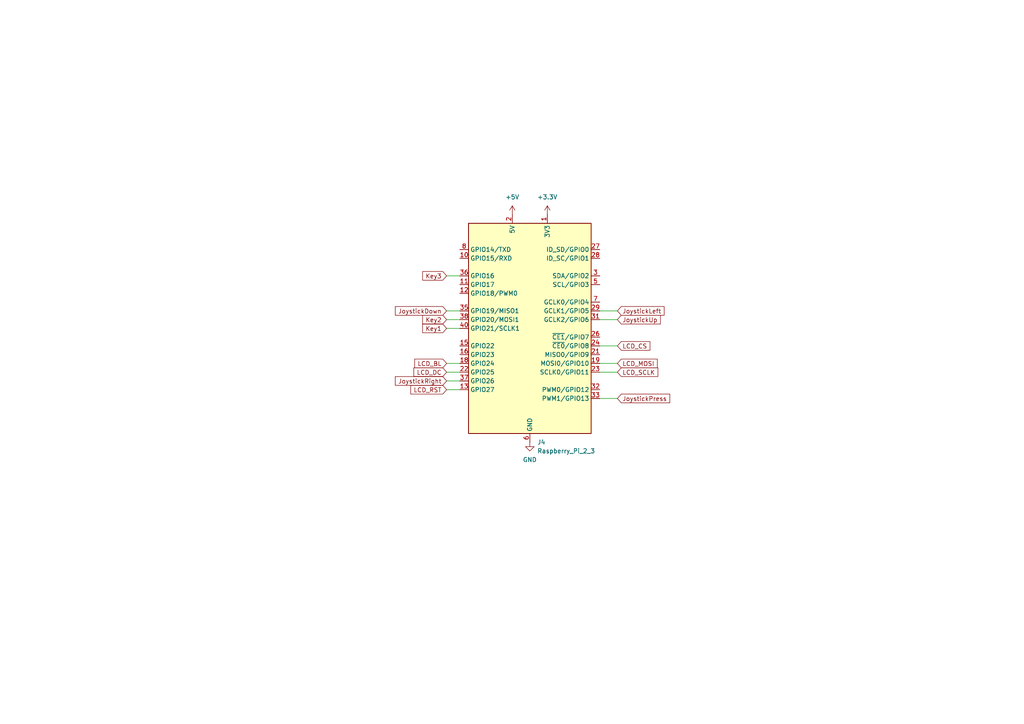
<source format=kicad_sch>
(kicad_sch
	(version 20250114)
	(generator "eeschema")
	(generator_version "9.0")
	(uuid "7e520d1d-24b4-401b-9dc7-762f75ad4fe2")
	(paper "A4")
	(lib_symbols
		(symbol "Connector:Raspberry_Pi_2_3"
			(exclude_from_sim no)
			(in_bom yes)
			(on_board yes)
			(property "Reference" "J"
				(at -17.78 31.75 0)
				(effects
					(font
						(size 1.27 1.27)
					)
					(justify left bottom)
				)
			)
			(property "Value" "Raspberry_Pi_2_3"
				(at 10.16 -31.75 0)
				(effects
					(font
						(size 1.27 1.27)
					)
					(justify left top)
				)
			)
			(property "Footprint" ""
				(at 0 0 0)
				(effects
					(font
						(size 1.27 1.27)
					)
					(hide yes)
				)
			)
			(property "Datasheet" "https://www.raspberrypi.org/documentation/hardware/raspberrypi/schematics/rpi_SCH_3bplus_1p0_reduced.pdf"
				(at 60.96 -44.45 0)
				(effects
					(font
						(size 1.27 1.27)
					)
					(hide yes)
				)
			)
			(property "Description" "expansion header for Raspberry Pi 2 & 3"
				(at 0 0 0)
				(effects
					(font
						(size 1.27 1.27)
					)
					(hide yes)
				)
			)
			(property "ki_keywords" "raspberrypi gpio"
				(at 0 0 0)
				(effects
					(font
						(size 1.27 1.27)
					)
					(hide yes)
				)
			)
			(property "ki_fp_filters" "PinHeader*2x20*P2.54mm*Vertical* PinSocket*2x20*P2.54mm*Vertical*"
				(at 0 0 0)
				(effects
					(font
						(size 1.27 1.27)
					)
					(hide yes)
				)
			)
			(symbol "Raspberry_Pi_2_3_0_1"
				(rectangle
					(start -17.78 30.48)
					(end 17.78 -30.48)
					(stroke
						(width 0.254)
						(type default)
					)
					(fill
						(type background)
					)
				)
			)
			(symbol "Raspberry_Pi_2_3_1_1"
				(pin bidirectional line
					(at -20.32 22.86 0)
					(length 2.54)
					(name "GPIO14/TXD"
						(effects
							(font
								(size 1.27 1.27)
							)
						)
					)
					(number "8"
						(effects
							(font
								(size 1.27 1.27)
							)
						)
					)
				)
				(pin bidirectional line
					(at -20.32 20.32 0)
					(length 2.54)
					(name "GPIO15/RXD"
						(effects
							(font
								(size 1.27 1.27)
							)
						)
					)
					(number "10"
						(effects
							(font
								(size 1.27 1.27)
							)
						)
					)
				)
				(pin bidirectional line
					(at -20.32 15.24 0)
					(length 2.54)
					(name "GPIO16"
						(effects
							(font
								(size 1.27 1.27)
							)
						)
					)
					(number "36"
						(effects
							(font
								(size 1.27 1.27)
							)
						)
					)
				)
				(pin bidirectional line
					(at -20.32 12.7 0)
					(length 2.54)
					(name "GPIO17"
						(effects
							(font
								(size 1.27 1.27)
							)
						)
					)
					(number "11"
						(effects
							(font
								(size 1.27 1.27)
							)
						)
					)
				)
				(pin bidirectional line
					(at -20.32 10.16 0)
					(length 2.54)
					(name "GPIO18/PWM0"
						(effects
							(font
								(size 1.27 1.27)
							)
						)
					)
					(number "12"
						(effects
							(font
								(size 1.27 1.27)
							)
						)
					)
				)
				(pin bidirectional line
					(at -20.32 5.08 0)
					(length 2.54)
					(name "GPIO19/MISO1"
						(effects
							(font
								(size 1.27 1.27)
							)
						)
					)
					(number "35"
						(effects
							(font
								(size 1.27 1.27)
							)
						)
					)
				)
				(pin bidirectional line
					(at -20.32 2.54 0)
					(length 2.54)
					(name "GPIO20/MOSI1"
						(effects
							(font
								(size 1.27 1.27)
							)
						)
					)
					(number "38"
						(effects
							(font
								(size 1.27 1.27)
							)
						)
					)
				)
				(pin bidirectional line
					(at -20.32 0 0)
					(length 2.54)
					(name "GPIO21/SCLK1"
						(effects
							(font
								(size 1.27 1.27)
							)
						)
					)
					(number "40"
						(effects
							(font
								(size 1.27 1.27)
							)
						)
					)
				)
				(pin bidirectional line
					(at -20.32 -5.08 0)
					(length 2.54)
					(name "GPIO22"
						(effects
							(font
								(size 1.27 1.27)
							)
						)
					)
					(number "15"
						(effects
							(font
								(size 1.27 1.27)
							)
						)
					)
				)
				(pin bidirectional line
					(at -20.32 -7.62 0)
					(length 2.54)
					(name "GPIO23"
						(effects
							(font
								(size 1.27 1.27)
							)
						)
					)
					(number "16"
						(effects
							(font
								(size 1.27 1.27)
							)
						)
					)
				)
				(pin bidirectional line
					(at -20.32 -10.16 0)
					(length 2.54)
					(name "GPIO24"
						(effects
							(font
								(size 1.27 1.27)
							)
						)
					)
					(number "18"
						(effects
							(font
								(size 1.27 1.27)
							)
						)
					)
				)
				(pin bidirectional line
					(at -20.32 -12.7 0)
					(length 2.54)
					(name "GPIO25"
						(effects
							(font
								(size 1.27 1.27)
							)
						)
					)
					(number "22"
						(effects
							(font
								(size 1.27 1.27)
							)
						)
					)
				)
				(pin bidirectional line
					(at -20.32 -15.24 0)
					(length 2.54)
					(name "GPIO26"
						(effects
							(font
								(size 1.27 1.27)
							)
						)
					)
					(number "37"
						(effects
							(font
								(size 1.27 1.27)
							)
						)
					)
				)
				(pin bidirectional line
					(at -20.32 -17.78 0)
					(length 2.54)
					(name "GPIO27"
						(effects
							(font
								(size 1.27 1.27)
							)
						)
					)
					(number "13"
						(effects
							(font
								(size 1.27 1.27)
							)
						)
					)
				)
				(pin power_in line
					(at -5.08 33.02 270)
					(length 2.54)
					(name "5V"
						(effects
							(font
								(size 1.27 1.27)
							)
						)
					)
					(number "2"
						(effects
							(font
								(size 1.27 1.27)
							)
						)
					)
				)
				(pin passive line
					(at -5.08 33.02 270)
					(length 2.54)
					(hide yes)
					(name "5V"
						(effects
							(font
								(size 1.27 1.27)
							)
						)
					)
					(number "4"
						(effects
							(font
								(size 1.27 1.27)
							)
						)
					)
				)
				(pin passive line
					(at 0 -33.02 90)
					(length 2.54)
					(hide yes)
					(name "GND"
						(effects
							(font
								(size 1.27 1.27)
							)
						)
					)
					(number "14"
						(effects
							(font
								(size 1.27 1.27)
							)
						)
					)
				)
				(pin passive line
					(at 0 -33.02 90)
					(length 2.54)
					(hide yes)
					(name "GND"
						(effects
							(font
								(size 1.27 1.27)
							)
						)
					)
					(number "20"
						(effects
							(font
								(size 1.27 1.27)
							)
						)
					)
				)
				(pin passive line
					(at 0 -33.02 90)
					(length 2.54)
					(hide yes)
					(name "GND"
						(effects
							(font
								(size 1.27 1.27)
							)
						)
					)
					(number "25"
						(effects
							(font
								(size 1.27 1.27)
							)
						)
					)
				)
				(pin passive line
					(at 0 -33.02 90)
					(length 2.54)
					(hide yes)
					(name "GND"
						(effects
							(font
								(size 1.27 1.27)
							)
						)
					)
					(number "30"
						(effects
							(font
								(size 1.27 1.27)
							)
						)
					)
				)
				(pin passive line
					(at 0 -33.02 90)
					(length 2.54)
					(hide yes)
					(name "GND"
						(effects
							(font
								(size 1.27 1.27)
							)
						)
					)
					(number "34"
						(effects
							(font
								(size 1.27 1.27)
							)
						)
					)
				)
				(pin passive line
					(at 0 -33.02 90)
					(length 2.54)
					(hide yes)
					(name "GND"
						(effects
							(font
								(size 1.27 1.27)
							)
						)
					)
					(number "39"
						(effects
							(font
								(size 1.27 1.27)
							)
						)
					)
				)
				(pin power_in line
					(at 0 -33.02 90)
					(length 2.54)
					(name "GND"
						(effects
							(font
								(size 1.27 1.27)
							)
						)
					)
					(number "6"
						(effects
							(font
								(size 1.27 1.27)
							)
						)
					)
				)
				(pin passive line
					(at 0 -33.02 90)
					(length 2.54)
					(hide yes)
					(name "GND"
						(effects
							(font
								(size 1.27 1.27)
							)
						)
					)
					(number "9"
						(effects
							(font
								(size 1.27 1.27)
							)
						)
					)
				)
				(pin power_in line
					(at 5.08 33.02 270)
					(length 2.54)
					(name "3V3"
						(effects
							(font
								(size 1.27 1.27)
							)
						)
					)
					(number "1"
						(effects
							(font
								(size 1.27 1.27)
							)
						)
					)
				)
				(pin passive line
					(at 5.08 33.02 270)
					(length 2.54)
					(hide yes)
					(name "3V3"
						(effects
							(font
								(size 1.27 1.27)
							)
						)
					)
					(number "17"
						(effects
							(font
								(size 1.27 1.27)
							)
						)
					)
				)
				(pin bidirectional line
					(at 20.32 22.86 180)
					(length 2.54)
					(name "ID_SD/GPIO0"
						(effects
							(font
								(size 1.27 1.27)
							)
						)
					)
					(number "27"
						(effects
							(font
								(size 1.27 1.27)
							)
						)
					)
				)
				(pin bidirectional line
					(at 20.32 20.32 180)
					(length 2.54)
					(name "ID_SC/GPIO1"
						(effects
							(font
								(size 1.27 1.27)
							)
						)
					)
					(number "28"
						(effects
							(font
								(size 1.27 1.27)
							)
						)
					)
				)
				(pin bidirectional line
					(at 20.32 15.24 180)
					(length 2.54)
					(name "SDA/GPIO2"
						(effects
							(font
								(size 1.27 1.27)
							)
						)
					)
					(number "3"
						(effects
							(font
								(size 1.27 1.27)
							)
						)
					)
				)
				(pin bidirectional line
					(at 20.32 12.7 180)
					(length 2.54)
					(name "SCL/GPIO3"
						(effects
							(font
								(size 1.27 1.27)
							)
						)
					)
					(number "5"
						(effects
							(font
								(size 1.27 1.27)
							)
						)
					)
				)
				(pin bidirectional line
					(at 20.32 7.62 180)
					(length 2.54)
					(name "GCLK0/GPIO4"
						(effects
							(font
								(size 1.27 1.27)
							)
						)
					)
					(number "7"
						(effects
							(font
								(size 1.27 1.27)
							)
						)
					)
				)
				(pin bidirectional line
					(at 20.32 5.08 180)
					(length 2.54)
					(name "GCLK1/GPIO5"
						(effects
							(font
								(size 1.27 1.27)
							)
						)
					)
					(number "29"
						(effects
							(font
								(size 1.27 1.27)
							)
						)
					)
				)
				(pin bidirectional line
					(at 20.32 2.54 180)
					(length 2.54)
					(name "GCLK2/GPIO6"
						(effects
							(font
								(size 1.27 1.27)
							)
						)
					)
					(number "31"
						(effects
							(font
								(size 1.27 1.27)
							)
						)
					)
				)
				(pin bidirectional line
					(at 20.32 -2.54 180)
					(length 2.54)
					(name "~{CE1}/GPIO7"
						(effects
							(font
								(size 1.27 1.27)
							)
						)
					)
					(number "26"
						(effects
							(font
								(size 1.27 1.27)
							)
						)
					)
				)
				(pin bidirectional line
					(at 20.32 -5.08 180)
					(length 2.54)
					(name "~{CE0}/GPIO8"
						(effects
							(font
								(size 1.27 1.27)
							)
						)
					)
					(number "24"
						(effects
							(font
								(size 1.27 1.27)
							)
						)
					)
				)
				(pin bidirectional line
					(at 20.32 -7.62 180)
					(length 2.54)
					(name "MISO0/GPIO9"
						(effects
							(font
								(size 1.27 1.27)
							)
						)
					)
					(number "21"
						(effects
							(font
								(size 1.27 1.27)
							)
						)
					)
				)
				(pin bidirectional line
					(at 20.32 -10.16 180)
					(length 2.54)
					(name "MOSI0/GPIO10"
						(effects
							(font
								(size 1.27 1.27)
							)
						)
					)
					(number "19"
						(effects
							(font
								(size 1.27 1.27)
							)
						)
					)
				)
				(pin bidirectional line
					(at 20.32 -12.7 180)
					(length 2.54)
					(name "SCLK0/GPIO11"
						(effects
							(font
								(size 1.27 1.27)
							)
						)
					)
					(number "23"
						(effects
							(font
								(size 1.27 1.27)
							)
						)
					)
				)
				(pin bidirectional line
					(at 20.32 -17.78 180)
					(length 2.54)
					(name "PWM0/GPIO12"
						(effects
							(font
								(size 1.27 1.27)
							)
						)
					)
					(number "32"
						(effects
							(font
								(size 1.27 1.27)
							)
						)
					)
				)
				(pin bidirectional line
					(at 20.32 -20.32 180)
					(length 2.54)
					(name "PWM1/GPIO13"
						(effects
							(font
								(size 1.27 1.27)
							)
						)
					)
					(number "33"
						(effects
							(font
								(size 1.27 1.27)
							)
						)
					)
				)
			)
			(embedded_fonts no)
		)
		(symbol "power:+3.3V"
			(power)
			(pin_numbers
				(hide yes)
			)
			(pin_names
				(offset 0)
				(hide yes)
			)
			(exclude_from_sim no)
			(in_bom yes)
			(on_board yes)
			(property "Reference" "#PWR"
				(at 0 -3.81 0)
				(effects
					(font
						(size 1.27 1.27)
					)
					(hide yes)
				)
			)
			(property "Value" "+3.3V"
				(at 0 3.556 0)
				(effects
					(font
						(size 1.27 1.27)
					)
				)
			)
			(property "Footprint" ""
				(at 0 0 0)
				(effects
					(font
						(size 1.27 1.27)
					)
					(hide yes)
				)
			)
			(property "Datasheet" ""
				(at 0 0 0)
				(effects
					(font
						(size 1.27 1.27)
					)
					(hide yes)
				)
			)
			(property "Description" "Power symbol creates a global label with name \"+3.3V\""
				(at 0 0 0)
				(effects
					(font
						(size 1.27 1.27)
					)
					(hide yes)
				)
			)
			(property "ki_keywords" "global power"
				(at 0 0 0)
				(effects
					(font
						(size 1.27 1.27)
					)
					(hide yes)
				)
			)
			(symbol "+3.3V_0_1"
				(polyline
					(pts
						(xy -0.762 1.27) (xy 0 2.54)
					)
					(stroke
						(width 0)
						(type default)
					)
					(fill
						(type none)
					)
				)
				(polyline
					(pts
						(xy 0 2.54) (xy 0.762 1.27)
					)
					(stroke
						(width 0)
						(type default)
					)
					(fill
						(type none)
					)
				)
				(polyline
					(pts
						(xy 0 0) (xy 0 2.54)
					)
					(stroke
						(width 0)
						(type default)
					)
					(fill
						(type none)
					)
				)
			)
			(symbol "+3.3V_1_1"
				(pin power_in line
					(at 0 0 90)
					(length 0)
					(name "~"
						(effects
							(font
								(size 1.27 1.27)
							)
						)
					)
					(number "1"
						(effects
							(font
								(size 1.27 1.27)
							)
						)
					)
				)
			)
			(embedded_fonts no)
		)
		(symbol "power:+5V"
			(power)
			(pin_numbers
				(hide yes)
			)
			(pin_names
				(offset 0)
				(hide yes)
			)
			(exclude_from_sim no)
			(in_bom yes)
			(on_board yes)
			(property "Reference" "#PWR"
				(at 0 -3.81 0)
				(effects
					(font
						(size 1.27 1.27)
					)
					(hide yes)
				)
			)
			(property "Value" "+5V"
				(at 0 3.556 0)
				(effects
					(font
						(size 1.27 1.27)
					)
				)
			)
			(property "Footprint" ""
				(at 0 0 0)
				(effects
					(font
						(size 1.27 1.27)
					)
					(hide yes)
				)
			)
			(property "Datasheet" ""
				(at 0 0 0)
				(effects
					(font
						(size 1.27 1.27)
					)
					(hide yes)
				)
			)
			(property "Description" "Power symbol creates a global label with name \"+5V\""
				(at 0 0 0)
				(effects
					(font
						(size 1.27 1.27)
					)
					(hide yes)
				)
			)
			(property "ki_keywords" "global power"
				(at 0 0 0)
				(effects
					(font
						(size 1.27 1.27)
					)
					(hide yes)
				)
			)
			(symbol "+5V_0_1"
				(polyline
					(pts
						(xy -0.762 1.27) (xy 0 2.54)
					)
					(stroke
						(width 0)
						(type default)
					)
					(fill
						(type none)
					)
				)
				(polyline
					(pts
						(xy 0 2.54) (xy 0.762 1.27)
					)
					(stroke
						(width 0)
						(type default)
					)
					(fill
						(type none)
					)
				)
				(polyline
					(pts
						(xy 0 0) (xy 0 2.54)
					)
					(stroke
						(width 0)
						(type default)
					)
					(fill
						(type none)
					)
				)
			)
			(symbol "+5V_1_1"
				(pin power_in line
					(at 0 0 90)
					(length 0)
					(name "~"
						(effects
							(font
								(size 1.27 1.27)
							)
						)
					)
					(number "1"
						(effects
							(font
								(size 1.27 1.27)
							)
						)
					)
				)
			)
			(embedded_fonts no)
		)
		(symbol "power:GND"
			(power)
			(pin_numbers
				(hide yes)
			)
			(pin_names
				(offset 0)
				(hide yes)
			)
			(exclude_from_sim no)
			(in_bom yes)
			(on_board yes)
			(property "Reference" "#PWR"
				(at 0 -6.35 0)
				(effects
					(font
						(size 1.27 1.27)
					)
					(hide yes)
				)
			)
			(property "Value" "GND"
				(at 0 -3.81 0)
				(effects
					(font
						(size 1.27 1.27)
					)
				)
			)
			(property "Footprint" ""
				(at 0 0 0)
				(effects
					(font
						(size 1.27 1.27)
					)
					(hide yes)
				)
			)
			(property "Datasheet" ""
				(at 0 0 0)
				(effects
					(font
						(size 1.27 1.27)
					)
					(hide yes)
				)
			)
			(property "Description" "Power symbol creates a global label with name \"GND\" , ground"
				(at 0 0 0)
				(effects
					(font
						(size 1.27 1.27)
					)
					(hide yes)
				)
			)
			(property "ki_keywords" "global power"
				(at 0 0 0)
				(effects
					(font
						(size 1.27 1.27)
					)
					(hide yes)
				)
			)
			(symbol "GND_0_1"
				(polyline
					(pts
						(xy 0 0) (xy 0 -1.27) (xy 1.27 -1.27) (xy 0 -2.54) (xy -1.27 -1.27) (xy 0 -1.27)
					)
					(stroke
						(width 0)
						(type default)
					)
					(fill
						(type none)
					)
				)
			)
			(symbol "GND_1_1"
				(pin power_in line
					(at 0 0 270)
					(length 0)
					(name "~"
						(effects
							(font
								(size 1.27 1.27)
							)
						)
					)
					(number "1"
						(effects
							(font
								(size 1.27 1.27)
							)
						)
					)
				)
			)
			(embedded_fonts no)
		)
	)
	(wire
		(pts
			(xy 173.99 100.33) (xy 179.07 100.33)
		)
		(stroke
			(width 0)
			(type default)
		)
		(uuid "0b84c58f-8eb3-48d9-8e92-638b64cc6dfe")
	)
	(wire
		(pts
			(xy 129.54 105.41) (xy 133.35 105.41)
		)
		(stroke
			(width 0)
			(type default)
		)
		(uuid "10347f12-d1cd-4b01-91d5-0f7ffe805d52")
	)
	(wire
		(pts
			(xy 129.54 110.49) (xy 133.35 110.49)
		)
		(stroke
			(width 0)
			(type default)
		)
		(uuid "2f87c440-2209-4455-b65b-443b6f699f3b")
	)
	(wire
		(pts
			(xy 129.54 92.71) (xy 133.35 92.71)
		)
		(stroke
			(width 0)
			(type default)
		)
		(uuid "6873c2a7-cb67-456c-b6f6-33bb0819d72d")
	)
	(wire
		(pts
			(xy 129.54 90.17) (xy 133.35 90.17)
		)
		(stroke
			(width 0)
			(type default)
		)
		(uuid "6a85749c-a2e0-401a-bb32-eb93fe73a347")
	)
	(wire
		(pts
			(xy 129.54 80.01) (xy 133.35 80.01)
		)
		(stroke
			(width 0)
			(type default)
		)
		(uuid "af1c9d4e-ab24-41fa-8dc5-f22a86ebc900")
	)
	(wire
		(pts
			(xy 129.54 95.25) (xy 133.35 95.25)
		)
		(stroke
			(width 0)
			(type default)
		)
		(uuid "bd68a5ff-2764-4cad-bf1a-98aab187c6dc")
	)
	(wire
		(pts
			(xy 173.99 107.95) (xy 179.07 107.95)
		)
		(stroke
			(width 0)
			(type default)
		)
		(uuid "be5ff5fb-bf21-4bad-a772-6178392c8bf3")
	)
	(wire
		(pts
			(xy 129.54 113.03) (xy 133.35 113.03)
		)
		(stroke
			(width 0)
			(type default)
		)
		(uuid "cf42bfb3-5e37-4621-a58b-e75c734ce973")
	)
	(wire
		(pts
			(xy 173.99 92.71) (xy 179.07 92.71)
		)
		(stroke
			(width 0)
			(type default)
		)
		(uuid "d46b1d27-fb09-4476-8068-3c37000fa4a3")
	)
	(wire
		(pts
			(xy 173.99 105.41) (xy 179.07 105.41)
		)
		(stroke
			(width 0)
			(type default)
		)
		(uuid "da8a7832-195e-44f2-b8b8-453bfe307ce5")
	)
	(wire
		(pts
			(xy 173.99 115.57) (xy 179.07 115.57)
		)
		(stroke
			(width 0)
			(type default)
		)
		(uuid "e8b1792c-33e5-42d7-a866-b5f923d89a76")
	)
	(wire
		(pts
			(xy 173.99 90.17) (xy 179.07 90.17)
		)
		(stroke
			(width 0)
			(type default)
		)
		(uuid "f1d1bb71-7b35-47e0-8179-8e7bf4d679a0")
	)
	(wire
		(pts
			(xy 129.54 107.95) (xy 133.35 107.95)
		)
		(stroke
			(width 0)
			(type default)
		)
		(uuid "fea81a30-7632-40d1-ad3d-41166ccafd9c")
	)
	(global_label "LCD_DC"
		(shape input)
		(at 129.54 107.95 180)
		(fields_autoplaced yes)
		(effects
			(font
				(size 1.27 1.27)
			)
			(justify right)
		)
		(uuid "0332cbd9-5a4b-45b9-ab35-58bcf1015e77")
		(property "Intersheetrefs" "${INTERSHEET_REFS}"
			(at 119.4791 107.95 0)
			(effects
				(font
					(size 1.27 1.27)
				)
				(justify right)
				(hide yes)
			)
		)
	)
	(global_label "JoystickDown"
		(shape input)
		(at 129.54 90.17 180)
		(fields_autoplaced yes)
		(effects
			(font
				(size 1.27 1.27)
			)
			(justify right)
		)
		(uuid "1f7cf9e6-5722-46c6-88ad-9b50164ec1b6")
		(property "Intersheetrefs" "${INTERSHEET_REFS}"
			(at 114.0968 90.17 0)
			(effects
				(font
					(size 1.27 1.27)
				)
				(justify right)
				(hide yes)
			)
		)
	)
	(global_label "LCD_BL"
		(shape input)
		(at 129.54 105.41 180)
		(fields_autoplaced yes)
		(effects
			(font
				(size 1.27 1.27)
			)
			(justify right)
		)
		(uuid "3db20746-af0f-45b3-a785-7769aa963847")
		(property "Intersheetrefs" "${INTERSHEET_REFS}"
			(at 119.721 105.41 0)
			(effects
				(font
					(size 1.27 1.27)
				)
				(justify right)
				(hide yes)
			)
		)
	)
	(global_label "Key2"
		(shape input)
		(at 129.54 92.71 180)
		(fields_autoplaced yes)
		(effects
			(font
				(size 1.27 1.27)
			)
			(justify right)
		)
		(uuid "488f259b-d567-4ebe-bca8-8ebe4b95b97e")
		(property "Intersheetrefs" "${INTERSHEET_REFS}"
			(at 122.0191 92.71 0)
			(effects
				(font
					(size 1.27 1.27)
				)
				(justify right)
				(hide yes)
			)
		)
	)
	(global_label "LCD_RST"
		(shape input)
		(at 129.54 113.03 180)
		(fields_autoplaced yes)
		(effects
			(font
				(size 1.27 1.27)
			)
			(justify right)
		)
		(uuid "4e7ccf6e-ed52-4c5b-8cbc-9a148d822b9a")
		(property "Intersheetrefs" "${INTERSHEET_REFS}"
			(at 118.572 113.03 0)
			(effects
				(font
					(size 1.27 1.27)
				)
				(justify right)
				(hide yes)
			)
		)
	)
	(global_label "Key1"
		(shape input)
		(at 129.54 95.25 180)
		(fields_autoplaced yes)
		(effects
			(font
				(size 1.27 1.27)
			)
			(justify right)
		)
		(uuid "6a5bae60-6dd0-4f57-990b-d50888e6861a")
		(property "Intersheetrefs" "${INTERSHEET_REFS}"
			(at 122.0191 95.25 0)
			(effects
				(font
					(size 1.27 1.27)
				)
				(justify right)
				(hide yes)
			)
		)
	)
	(global_label "JoystickUp"
		(shape input)
		(at 179.07 92.71 0)
		(fields_autoplaced yes)
		(effects
			(font
				(size 1.27 1.27)
			)
			(justify left)
		)
		(uuid "6eb48f52-35da-4330-abff-01045fe8f0e2")
		(property "Intersheetrefs" "${INTERSHEET_REFS}"
			(at 192.0942 92.71 0)
			(effects
				(font
					(size 1.27 1.27)
				)
				(justify left)
				(hide yes)
			)
		)
	)
	(global_label "LCD_CS"
		(shape input)
		(at 179.07 100.33 0)
		(fields_autoplaced yes)
		(effects
			(font
				(size 1.27 1.27)
			)
			(justify left)
		)
		(uuid "89e18ac1-6c77-4c1a-ad87-815505f7e883")
		(property "Intersheetrefs" "${INTERSHEET_REFS}"
			(at 189.0704 100.33 0)
			(effects
				(font
					(size 1.27 1.27)
				)
				(justify left)
				(hide yes)
			)
		)
	)
	(global_label "JoystickRight"
		(shape input)
		(at 129.54 110.49 180)
		(fields_autoplaced yes)
		(effects
			(font
				(size 1.27 1.27)
			)
			(justify right)
		)
		(uuid "9346c2e6-9d6c-4799-b5d6-de1e65238a23")
		(property "Intersheetrefs" "${INTERSHEET_REFS}"
			(at 114.0968 110.49 0)
			(effects
				(font
					(size 1.27 1.27)
				)
				(justify right)
				(hide yes)
			)
		)
	)
	(global_label "LCD_MOSI"
		(shape input)
		(at 179.07 105.41 0)
		(fields_autoplaced yes)
		(effects
			(font
				(size 1.27 1.27)
			)
			(justify left)
		)
		(uuid "9bffb32e-d05d-4ceb-8774-8ca6fc8f799a")
		(property "Intersheetrefs" "${INTERSHEET_REFS}"
			(at 191.1871 105.41 0)
			(effects
				(font
					(size 1.27 1.27)
				)
				(justify left)
				(hide yes)
			)
		)
	)
	(global_label "LCD_SCLK"
		(shape input)
		(at 179.07 107.95 0)
		(fields_autoplaced yes)
		(effects
			(font
				(size 1.27 1.27)
			)
			(justify left)
		)
		(uuid "a67aedb5-0f1d-4386-a41b-d0c98907cfbe")
		(property "Intersheetrefs" "${INTERSHEET_REFS}"
			(at 191.3685 107.95 0)
			(effects
				(font
					(size 1.27 1.27)
				)
				(justify left)
				(hide yes)
			)
		)
	)
	(global_label "JoystickLeft"
		(shape input)
		(at 179.07 90.17 0)
		(fields_autoplaced yes)
		(effects
			(font
				(size 1.27 1.27)
			)
			(justify left)
		)
		(uuid "a971fd77-3374-490b-a348-b92cc75a45b4")
		(property "Intersheetrefs" "${INTERSHEET_REFS}"
			(at 193.1828 90.17 0)
			(effects
				(font
					(size 1.27 1.27)
				)
				(justify left)
				(hide yes)
			)
		)
	)
	(global_label "Key3"
		(shape input)
		(at 129.54 80.01 180)
		(fields_autoplaced yes)
		(effects
			(font
				(size 1.27 1.27)
			)
			(justify right)
		)
		(uuid "beddc7ad-ca3a-491d-a1f9-8f1623e56c7b")
		(property "Intersheetrefs" "${INTERSHEET_REFS}"
			(at 122.0191 80.01 0)
			(effects
				(font
					(size 1.27 1.27)
				)
				(justify right)
				(hide yes)
			)
		)
	)
	(global_label "JoystickPress"
		(shape input)
		(at 179.07 115.57 0)
		(fields_autoplaced yes)
		(effects
			(font
				(size 1.27 1.27)
			)
			(justify left)
		)
		(uuid "d08c2738-66bc-44a4-9b03-27b68e232bfb")
		(property "Intersheetrefs" "${INTERSHEET_REFS}"
			(at 194.8157 115.57 0)
			(effects
				(font
					(size 1.27 1.27)
				)
				(justify left)
				(hide yes)
			)
		)
	)
	(symbol
		(lib_id "power:GND")
		(at 153.67 128.27 0)
		(unit 1)
		(exclude_from_sim no)
		(in_bom yes)
		(on_board yes)
		(dnp no)
		(fields_autoplaced yes)
		(uuid "931352c7-7bc7-4867-909e-03d5c7b319eb")
		(property "Reference" "#PWR015"
			(at 153.67 134.62 0)
			(effects
				(font
					(size 1.27 1.27)
				)
				(hide yes)
			)
		)
		(property "Value" "GND"
			(at 153.67 133.35 0)
			(effects
				(font
					(size 1.27 1.27)
				)
			)
		)
		(property "Footprint" ""
			(at 153.67 128.27 0)
			(effects
				(font
					(size 1.27 1.27)
				)
				(hide yes)
			)
		)
		(property "Datasheet" ""
			(at 153.67 128.27 0)
			(effects
				(font
					(size 1.27 1.27)
				)
				(hide yes)
			)
		)
		(property "Description" "Power symbol creates a global label with name \"GND\" , ground"
			(at 153.67 128.27 0)
			(effects
				(font
					(size 1.27 1.27)
				)
				(hide yes)
			)
		)
		(pin "1"
			(uuid "1ef7b73c-a299-4574-9838-5229a0773bb7")
		)
		(instances
			(project "SeedSigner-Plus"
				(path "/8c9c54c8-0cfa-43ef-b1ba-3cda1bca877f/3cd2f23e-b227-49d9-b25b-361ae5b6ef9a"
					(reference "#PWR015")
					(unit 1)
				)
			)
		)
	)
	(symbol
		(lib_id "Connector:Raspberry_Pi_2_3")
		(at 153.67 95.25 0)
		(unit 1)
		(exclude_from_sim no)
		(in_bom yes)
		(on_board yes)
		(dnp no)
		(fields_autoplaced yes)
		(uuid "d39ce9a2-e26a-495a-ab61-c81d6a26e409")
		(property "Reference" "J4"
			(at 155.8133 128.27 0)
			(effects
				(font
					(size 1.27 1.27)
				)
				(justify left)
			)
		)
		(property "Value" "Raspberry_Pi_2_3"
			(at 155.8133 130.81 0)
			(effects
				(font
					(size 1.27 1.27)
				)
				(justify left)
			)
		)
		(property "Footprint" "Connector_PinSocket_2.54mm:PinSocket_2x20_P2.54mm_Vertical_SMD"
			(at 153.67 95.25 0)
			(effects
				(font
					(size 1.27 1.27)
				)
				(hide yes)
			)
		)
		(property "Datasheet" "https://www.raspberrypi.org/documentation/hardware/raspberrypi/schematics/rpi_SCH_3bplus_1p0_reduced.pdf"
			(at 214.63 139.7 0)
			(effects
				(font
					(size 1.27 1.27)
				)
				(hide yes)
			)
		)
		(property "Description" "expansion header for Raspberry Pi 2 & 3"
			(at 153.67 95.25 0)
			(effects
				(font
					(size 1.27 1.27)
				)
				(hide yes)
			)
		)
		(pin "21"
			(uuid "3a5ab270-9606-4410-a356-d0cdec2146f8")
		)
		(pin "27"
			(uuid "f8dd7054-ab99-4a81-a41c-3d6389542013")
		)
		(pin "26"
			(uuid "21e62ee0-c761-41bb-a5d7-7d73d2b31ede")
		)
		(pin "29"
			(uuid "e3aaf98b-5768-4c5c-82b7-19499d984f21")
		)
		(pin "17"
			(uuid "0c595159-7a23-403f-bf6e-622cf03558a4")
		)
		(pin "33"
			(uuid "c32bb153-c2b3-45f2-9b2f-66a6f2381a30")
		)
		(pin "28"
			(uuid "959dedd3-6f48-439a-804e-c32e9583c2fa")
		)
		(pin "3"
			(uuid "650e7c97-a539-4306-878b-7ebb6d2d636f")
		)
		(pin "5"
			(uuid "d5cea6aa-aad8-4d10-80f3-204629701095")
		)
		(pin "31"
			(uuid "f6daac75-efad-42e4-acc9-566f91ab279c")
		)
		(pin "24"
			(uuid "6e341c07-65de-40bc-af75-48ccce77609a")
		)
		(pin "19"
			(uuid "f8641ff4-7e83-45a5-af10-01a242b6bf62")
		)
		(pin "23"
			(uuid "6bc70ae1-f14a-4210-a0e9-49b58fc37e29")
		)
		(pin "32"
			(uuid "37c0b358-43fa-480c-a42b-d68e3f7b39fc")
		)
		(pin "7"
			(uuid "5d28b6d9-5970-4556-97c6-04a4398e5a8e")
		)
		(pin "10"
			(uuid "73ea6912-bfaa-4b0a-a0b4-385fd436eae2")
		)
		(pin "38"
			(uuid "fa2c6576-3b70-490b-ac5b-9e7e9636e9c9")
		)
		(pin "36"
			(uuid "525befa2-c10d-43f7-b289-6d92fe851f53")
		)
		(pin "12"
			(uuid "629b02cb-62a3-42a2-bbd8-56fb0c15f15d")
		)
		(pin "22"
			(uuid "abfafb7a-32d2-44b9-9353-61e6d31472bb")
		)
		(pin "37"
			(uuid "7303ab3a-2061-4a18-939a-2480233914a3")
		)
		(pin "8"
			(uuid "dbb57232-f647-4869-bea6-9f98f52b83e9")
		)
		(pin "11"
			(uuid "acbec693-707c-4188-9d05-60ec37805175")
		)
		(pin "35"
			(uuid "22df701a-2e60-41c7-8204-d4c5035e5603")
		)
		(pin "40"
			(uuid "b7f6399e-6978-409b-ae10-e7fa052079d9")
		)
		(pin "15"
			(uuid "19d5ad09-9a86-4efa-8dd6-268354397239")
		)
		(pin "16"
			(uuid "dd822344-ebf4-403c-bb9d-adb9923dc419")
		)
		(pin "18"
			(uuid "e5aa1a99-3185-45e8-bc95-2d4bf1d5fe7d")
		)
		(pin "14"
			(uuid "00ba742f-6e39-4aae-853a-709442439362")
		)
		(pin "20"
			(uuid "99b09c2a-cd9a-4e94-91f4-a909bfdf338b")
		)
		(pin "30"
			(uuid "0f0a5db3-4fde-4f17-86ce-f4dbe3222bd3")
		)
		(pin "34"
			(uuid "5e83d467-8ae9-41d2-a9f7-4eeab73cf327")
		)
		(pin "25"
			(uuid "d2b3afb9-dd4d-40a9-8e8e-a3380da634f1")
		)
		(pin "39"
			(uuid "8a444d12-b192-417a-b915-6fbd6212f327")
		)
		(pin "4"
			(uuid "f13edd12-9c6f-4ea5-b60d-180022921fef")
		)
		(pin "13"
			(uuid "ca3c7fe3-e850-4915-937c-de945d86d7a3")
		)
		(pin "2"
			(uuid "dd97545b-c6ad-45cd-8043-9c72c39b950d")
		)
		(pin "6"
			(uuid "ec198faf-f2e8-47d9-9d86-43e4b3bbfad6")
		)
		(pin "9"
			(uuid "61d2b6af-b096-41f1-b8b5-e9015fe7250f")
		)
		(pin "1"
			(uuid "0d3670a9-98e7-44b7-9030-406517b41e90")
		)
		(instances
			(project "SeedSigner-Plus"
				(path "/8c9c54c8-0cfa-43ef-b1ba-3cda1bca877f/3cd2f23e-b227-49d9-b25b-361ae5b6ef9a"
					(reference "J4")
					(unit 1)
				)
			)
		)
	)
	(symbol
		(lib_id "power:+5V")
		(at 148.59 62.23 0)
		(unit 1)
		(exclude_from_sim no)
		(in_bom yes)
		(on_board yes)
		(dnp no)
		(fields_autoplaced yes)
		(uuid "dd363cef-6a3d-4db6-b0f8-10013b4cd670")
		(property "Reference" "#PWR013"
			(at 148.59 66.04 0)
			(effects
				(font
					(size 1.27 1.27)
				)
				(hide yes)
			)
		)
		(property "Value" "+5V"
			(at 148.59 57.15 0)
			(effects
				(font
					(size 1.27 1.27)
				)
			)
		)
		(property "Footprint" ""
			(at 148.59 62.23 0)
			(effects
				(font
					(size 1.27 1.27)
				)
				(hide yes)
			)
		)
		(property "Datasheet" ""
			(at 148.59 62.23 0)
			(effects
				(font
					(size 1.27 1.27)
				)
				(hide yes)
			)
		)
		(property "Description" "Power symbol creates a global label with name \"+5V\""
			(at 148.59 62.23 0)
			(effects
				(font
					(size 1.27 1.27)
				)
				(hide yes)
			)
		)
		(pin "1"
			(uuid "9ae1b71d-8a88-4f73-8213-03faada35a84")
		)
		(instances
			(project ""
				(path "/8c9c54c8-0cfa-43ef-b1ba-3cda1bca877f/3cd2f23e-b227-49d9-b25b-361ae5b6ef9a"
					(reference "#PWR013")
					(unit 1)
				)
			)
		)
	)
	(symbol
		(lib_id "power:+3.3V")
		(at 158.75 62.23 0)
		(unit 1)
		(exclude_from_sim no)
		(in_bom yes)
		(on_board yes)
		(dnp no)
		(fields_autoplaced yes)
		(uuid "f740512d-6932-493e-b53a-a0ed3a39b418")
		(property "Reference" "#PWR019"
			(at 158.75 66.04 0)
			(effects
				(font
					(size 1.27 1.27)
				)
				(hide yes)
			)
		)
		(property "Value" "+3.3V"
			(at 158.75 57.15 0)
			(effects
				(font
					(size 1.27 1.27)
				)
			)
		)
		(property "Footprint" ""
			(at 158.75 62.23 0)
			(effects
				(font
					(size 1.27 1.27)
				)
				(hide yes)
			)
		)
		(property "Datasheet" ""
			(at 158.75 62.23 0)
			(effects
				(font
					(size 1.27 1.27)
				)
				(hide yes)
			)
		)
		(property "Description" "Power symbol creates a global label with name \"+3.3V\""
			(at 158.75 62.23 0)
			(effects
				(font
					(size 1.27 1.27)
				)
				(hide yes)
			)
		)
		(pin "1"
			(uuid "9a5d0656-053a-4347-84ac-a7d7d668b589")
		)
		(instances
			(project ""
				(path "/8c9c54c8-0cfa-43ef-b1ba-3cda1bca877f/3cd2f23e-b227-49d9-b25b-361ae5b6ef9a"
					(reference "#PWR019")
					(unit 1)
				)
			)
		)
	)
)

</source>
